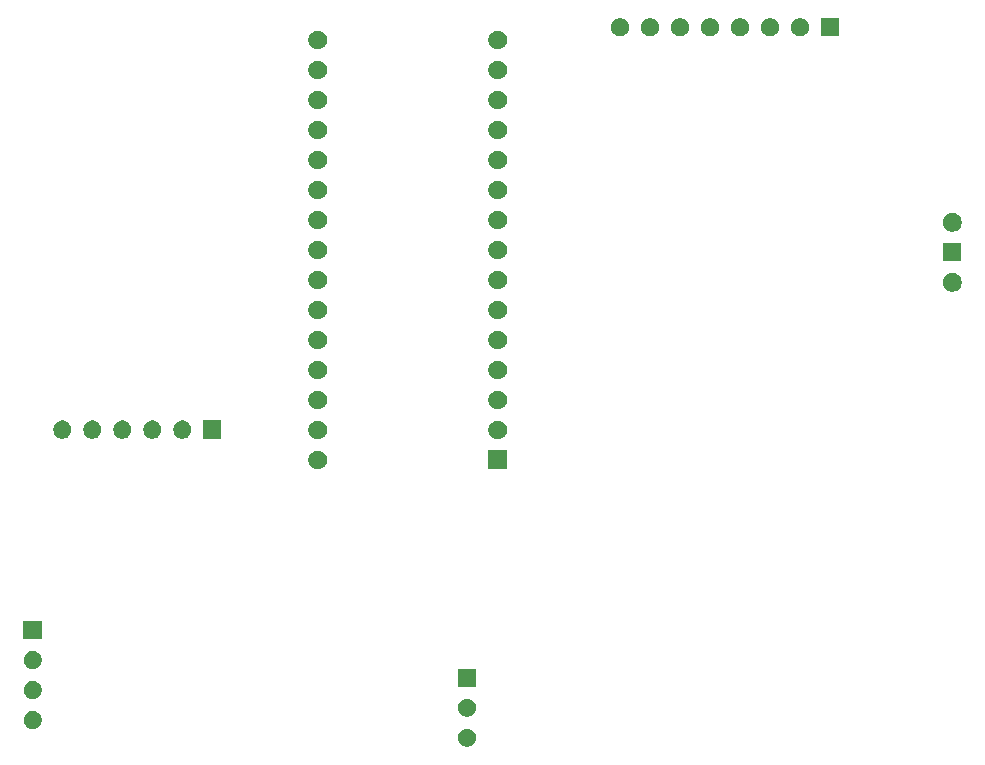
<source format=gts>
G04 #@! TF.GenerationSoftware,KiCad,Pcbnew,9.0.2*
G04 #@! TF.CreationDate,2025-07-27T14:28:18-07:00*
G04 #@! TF.ProjectId,PortableWeatherStation,506f7274-6162-46c6-9557-656174686572,rev?*
G04 #@! TF.SameCoordinates,Original*
G04 #@! TF.FileFunction,Soldermask,Top*
G04 #@! TF.FilePolarity,Negative*
%FSLAX46Y46*%
G04 Gerber Fmt 4.6, Leading zero omitted, Abs format (unit mm)*
G04 Created by KiCad (PCBNEW 9.0.2) date 2025-07-27 14:28:18*
%MOMM*%
%LPD*%
G01*
G04 APERTURE LIST*
G04 APERTURE END LIST*
G36*
X137623519Y-125263156D02*
G01*
X137762975Y-125320921D01*
X137888483Y-125404782D01*
X137995218Y-125511517D01*
X138079079Y-125637025D01*
X138136844Y-125776481D01*
X138166292Y-125924527D01*
X138166292Y-126075473D01*
X138136844Y-126223519D01*
X138079079Y-126362975D01*
X137995218Y-126488483D01*
X137888483Y-126595218D01*
X137762975Y-126679079D01*
X137623519Y-126736844D01*
X137475473Y-126766292D01*
X137324527Y-126766292D01*
X137176481Y-126736844D01*
X137037025Y-126679079D01*
X136911517Y-126595218D01*
X136804782Y-126488483D01*
X136720921Y-126362975D01*
X136663156Y-126223519D01*
X136633708Y-126075473D01*
X136633708Y-125924527D01*
X136663156Y-125776481D01*
X136720921Y-125637025D01*
X136804782Y-125511517D01*
X136911517Y-125404782D01*
X137037025Y-125320921D01*
X137176481Y-125263156D01*
X137324527Y-125233708D01*
X137475473Y-125233708D01*
X137623519Y-125263156D01*
G37*
G36*
X100849519Y-123773156D02*
G01*
X100988975Y-123830921D01*
X101114483Y-123914782D01*
X101221218Y-124021517D01*
X101305079Y-124147025D01*
X101362844Y-124286481D01*
X101392292Y-124434527D01*
X101392292Y-124585473D01*
X101362844Y-124733519D01*
X101305079Y-124872975D01*
X101221218Y-124998483D01*
X101114483Y-125105218D01*
X100988975Y-125189079D01*
X100849519Y-125246844D01*
X100701473Y-125276292D01*
X100550527Y-125276292D01*
X100402481Y-125246844D01*
X100263025Y-125189079D01*
X100137517Y-125105218D01*
X100030782Y-124998483D01*
X99946921Y-124872975D01*
X99889156Y-124733519D01*
X99859708Y-124585473D01*
X99859708Y-124434527D01*
X99889156Y-124286481D01*
X99946921Y-124147025D01*
X100030782Y-124021517D01*
X100137517Y-123914782D01*
X100263025Y-123830921D01*
X100402481Y-123773156D01*
X100550527Y-123743708D01*
X100701473Y-123743708D01*
X100849519Y-123773156D01*
G37*
G36*
X137623519Y-122723156D02*
G01*
X137762975Y-122780921D01*
X137888483Y-122864782D01*
X137995218Y-122971517D01*
X138079079Y-123097025D01*
X138136844Y-123236481D01*
X138166292Y-123384527D01*
X138166292Y-123535473D01*
X138136844Y-123683519D01*
X138079079Y-123822975D01*
X137995218Y-123948483D01*
X137888483Y-124055218D01*
X137762975Y-124139079D01*
X137623519Y-124196844D01*
X137475473Y-124226292D01*
X137324527Y-124226292D01*
X137176481Y-124196844D01*
X137037025Y-124139079D01*
X136911517Y-124055218D01*
X136804782Y-123948483D01*
X136720921Y-123822975D01*
X136663156Y-123683519D01*
X136633708Y-123535473D01*
X136633708Y-123384527D01*
X136663156Y-123236481D01*
X136720921Y-123097025D01*
X136804782Y-122971517D01*
X136911517Y-122864782D01*
X137037025Y-122780921D01*
X137176481Y-122723156D01*
X137324527Y-122693708D01*
X137475473Y-122693708D01*
X137623519Y-122723156D01*
G37*
G36*
X100849519Y-121233156D02*
G01*
X100988975Y-121290921D01*
X101114483Y-121374782D01*
X101221218Y-121481517D01*
X101305079Y-121607025D01*
X101362844Y-121746481D01*
X101392292Y-121894527D01*
X101392292Y-122045473D01*
X101362844Y-122193519D01*
X101305079Y-122332975D01*
X101221218Y-122458483D01*
X101114483Y-122565218D01*
X100988975Y-122649079D01*
X100849519Y-122706844D01*
X100701473Y-122736292D01*
X100550527Y-122736292D01*
X100402481Y-122706844D01*
X100263025Y-122649079D01*
X100137517Y-122565218D01*
X100030782Y-122458483D01*
X99946921Y-122332975D01*
X99889156Y-122193519D01*
X99859708Y-122045473D01*
X99859708Y-121894527D01*
X99889156Y-121746481D01*
X99946921Y-121607025D01*
X100030782Y-121481517D01*
X100137517Y-121374782D01*
X100263025Y-121290921D01*
X100402481Y-121233156D01*
X100550527Y-121203708D01*
X100701473Y-121203708D01*
X100849519Y-121233156D01*
G37*
G36*
X138170000Y-121690000D02*
G01*
X136630000Y-121690000D01*
X136630000Y-120150000D01*
X138170000Y-120150000D01*
X138170000Y-121690000D01*
G37*
G36*
X100849519Y-118693156D02*
G01*
X100988975Y-118750921D01*
X101114483Y-118834782D01*
X101221218Y-118941517D01*
X101305079Y-119067025D01*
X101362844Y-119206481D01*
X101392292Y-119354527D01*
X101392292Y-119505473D01*
X101362844Y-119653519D01*
X101305079Y-119792975D01*
X101221218Y-119918483D01*
X101114483Y-120025218D01*
X100988975Y-120109079D01*
X100849519Y-120166844D01*
X100701473Y-120196292D01*
X100550527Y-120196292D01*
X100402481Y-120166844D01*
X100263025Y-120109079D01*
X100137517Y-120025218D01*
X100030782Y-119918483D01*
X99946921Y-119792975D01*
X99889156Y-119653519D01*
X99859708Y-119505473D01*
X99859708Y-119354527D01*
X99889156Y-119206481D01*
X99946921Y-119067025D01*
X100030782Y-118941517D01*
X100137517Y-118834782D01*
X100263025Y-118750921D01*
X100402481Y-118693156D01*
X100550527Y-118663708D01*
X100701473Y-118663708D01*
X100849519Y-118693156D01*
G37*
G36*
X101396000Y-117660000D02*
G01*
X99856000Y-117660000D01*
X99856000Y-116120000D01*
X101396000Y-116120000D01*
X101396000Y-117660000D01*
G37*
G36*
X140800000Y-103280000D02*
G01*
X139200000Y-103280000D01*
X139200000Y-101680000D01*
X140800000Y-101680000D01*
X140800000Y-103280000D01*
G37*
G36*
X124992228Y-101714448D02*
G01*
X125137117Y-101774463D01*
X125267515Y-101861592D01*
X125378408Y-101972485D01*
X125465537Y-102102883D01*
X125525552Y-102247772D01*
X125556148Y-102401586D01*
X125556148Y-102558414D01*
X125525552Y-102712228D01*
X125465537Y-102857117D01*
X125378408Y-102987515D01*
X125267515Y-103098408D01*
X125137117Y-103185537D01*
X124992228Y-103245552D01*
X124838414Y-103276148D01*
X124681586Y-103276148D01*
X124527772Y-103245552D01*
X124382883Y-103185537D01*
X124252485Y-103098408D01*
X124141592Y-102987515D01*
X124054463Y-102857117D01*
X123994448Y-102712228D01*
X123963852Y-102558414D01*
X123963852Y-102401586D01*
X123994448Y-102247772D01*
X124054463Y-102102883D01*
X124141592Y-101972485D01*
X124252485Y-101861592D01*
X124382883Y-101774463D01*
X124527772Y-101714448D01*
X124681586Y-101683852D01*
X124838414Y-101683852D01*
X124992228Y-101714448D01*
G37*
G36*
X124992228Y-99174448D02*
G01*
X125137117Y-99234463D01*
X125267515Y-99321592D01*
X125378408Y-99432485D01*
X125465537Y-99562883D01*
X125525552Y-99707772D01*
X125556148Y-99861586D01*
X125556148Y-100018414D01*
X125525552Y-100172228D01*
X125465537Y-100317117D01*
X125378408Y-100447515D01*
X125267515Y-100558408D01*
X125137117Y-100645537D01*
X124992228Y-100705552D01*
X124838414Y-100736148D01*
X124681586Y-100736148D01*
X124527772Y-100705552D01*
X124382883Y-100645537D01*
X124252485Y-100558408D01*
X124141592Y-100447515D01*
X124054463Y-100317117D01*
X123994448Y-100172228D01*
X123963852Y-100018414D01*
X123963852Y-99861586D01*
X123994448Y-99707772D01*
X124054463Y-99562883D01*
X124141592Y-99432485D01*
X124252485Y-99321592D01*
X124382883Y-99234463D01*
X124527772Y-99174448D01*
X124681586Y-99143852D01*
X124838414Y-99143852D01*
X124992228Y-99174448D01*
G37*
G36*
X140232228Y-99174448D02*
G01*
X140377117Y-99234463D01*
X140507515Y-99321592D01*
X140618408Y-99432485D01*
X140705537Y-99562883D01*
X140765552Y-99707772D01*
X140796148Y-99861586D01*
X140796148Y-100018414D01*
X140765552Y-100172228D01*
X140705537Y-100317117D01*
X140618408Y-100447515D01*
X140507515Y-100558408D01*
X140377117Y-100645537D01*
X140232228Y-100705552D01*
X140078414Y-100736148D01*
X139921586Y-100736148D01*
X139767772Y-100705552D01*
X139622883Y-100645537D01*
X139492485Y-100558408D01*
X139381592Y-100447515D01*
X139294463Y-100317117D01*
X139234448Y-100172228D01*
X139203852Y-100018414D01*
X139203852Y-99861586D01*
X139234448Y-99707772D01*
X139294463Y-99562883D01*
X139381592Y-99432485D01*
X139492485Y-99321592D01*
X139622883Y-99234463D01*
X139767772Y-99174448D01*
X139921586Y-99143852D01*
X140078414Y-99143852D01*
X140232228Y-99174448D01*
G37*
G36*
X116620000Y-100675486D02*
G01*
X115080000Y-100675486D01*
X115080000Y-99135486D01*
X116620000Y-99135486D01*
X116620000Y-100675486D01*
G37*
G36*
X103373519Y-99168642D02*
G01*
X103512975Y-99226407D01*
X103638483Y-99310268D01*
X103745218Y-99417003D01*
X103829079Y-99542511D01*
X103886844Y-99681967D01*
X103916292Y-99830013D01*
X103916292Y-99980959D01*
X103886844Y-100129005D01*
X103829079Y-100268461D01*
X103745218Y-100393969D01*
X103638483Y-100500704D01*
X103512975Y-100584565D01*
X103373519Y-100642330D01*
X103225473Y-100671778D01*
X103074527Y-100671778D01*
X102926481Y-100642330D01*
X102787025Y-100584565D01*
X102661517Y-100500704D01*
X102554782Y-100393969D01*
X102470921Y-100268461D01*
X102413156Y-100129005D01*
X102383708Y-99980959D01*
X102383708Y-99830013D01*
X102413156Y-99681967D01*
X102470921Y-99542511D01*
X102554782Y-99417003D01*
X102661517Y-99310268D01*
X102787025Y-99226407D01*
X102926481Y-99168642D01*
X103074527Y-99139194D01*
X103225473Y-99139194D01*
X103373519Y-99168642D01*
G37*
G36*
X105913519Y-99168642D02*
G01*
X106052975Y-99226407D01*
X106178483Y-99310268D01*
X106285218Y-99417003D01*
X106369079Y-99542511D01*
X106426844Y-99681967D01*
X106456292Y-99830013D01*
X106456292Y-99980959D01*
X106426844Y-100129005D01*
X106369079Y-100268461D01*
X106285218Y-100393969D01*
X106178483Y-100500704D01*
X106052975Y-100584565D01*
X105913519Y-100642330D01*
X105765473Y-100671778D01*
X105614527Y-100671778D01*
X105466481Y-100642330D01*
X105327025Y-100584565D01*
X105201517Y-100500704D01*
X105094782Y-100393969D01*
X105010921Y-100268461D01*
X104953156Y-100129005D01*
X104923708Y-99980959D01*
X104923708Y-99830013D01*
X104953156Y-99681967D01*
X105010921Y-99542511D01*
X105094782Y-99417003D01*
X105201517Y-99310268D01*
X105327025Y-99226407D01*
X105466481Y-99168642D01*
X105614527Y-99139194D01*
X105765473Y-99139194D01*
X105913519Y-99168642D01*
G37*
G36*
X108453519Y-99168642D02*
G01*
X108592975Y-99226407D01*
X108718483Y-99310268D01*
X108825218Y-99417003D01*
X108909079Y-99542511D01*
X108966844Y-99681967D01*
X108996292Y-99830013D01*
X108996292Y-99980959D01*
X108966844Y-100129005D01*
X108909079Y-100268461D01*
X108825218Y-100393969D01*
X108718483Y-100500704D01*
X108592975Y-100584565D01*
X108453519Y-100642330D01*
X108305473Y-100671778D01*
X108154527Y-100671778D01*
X108006481Y-100642330D01*
X107867025Y-100584565D01*
X107741517Y-100500704D01*
X107634782Y-100393969D01*
X107550921Y-100268461D01*
X107493156Y-100129005D01*
X107463708Y-99980959D01*
X107463708Y-99830013D01*
X107493156Y-99681967D01*
X107550921Y-99542511D01*
X107634782Y-99417003D01*
X107741517Y-99310268D01*
X107867025Y-99226407D01*
X108006481Y-99168642D01*
X108154527Y-99139194D01*
X108305473Y-99139194D01*
X108453519Y-99168642D01*
G37*
G36*
X110993519Y-99168642D02*
G01*
X111132975Y-99226407D01*
X111258483Y-99310268D01*
X111365218Y-99417003D01*
X111449079Y-99542511D01*
X111506844Y-99681967D01*
X111536292Y-99830013D01*
X111536292Y-99980959D01*
X111506844Y-100129005D01*
X111449079Y-100268461D01*
X111365218Y-100393969D01*
X111258483Y-100500704D01*
X111132975Y-100584565D01*
X110993519Y-100642330D01*
X110845473Y-100671778D01*
X110694527Y-100671778D01*
X110546481Y-100642330D01*
X110407025Y-100584565D01*
X110281517Y-100500704D01*
X110174782Y-100393969D01*
X110090921Y-100268461D01*
X110033156Y-100129005D01*
X110003708Y-99980959D01*
X110003708Y-99830013D01*
X110033156Y-99681967D01*
X110090921Y-99542511D01*
X110174782Y-99417003D01*
X110281517Y-99310268D01*
X110407025Y-99226407D01*
X110546481Y-99168642D01*
X110694527Y-99139194D01*
X110845473Y-99139194D01*
X110993519Y-99168642D01*
G37*
G36*
X113533519Y-99168642D02*
G01*
X113672975Y-99226407D01*
X113798483Y-99310268D01*
X113905218Y-99417003D01*
X113989079Y-99542511D01*
X114046844Y-99681967D01*
X114076292Y-99830013D01*
X114076292Y-99980959D01*
X114046844Y-100129005D01*
X113989079Y-100268461D01*
X113905218Y-100393969D01*
X113798483Y-100500704D01*
X113672975Y-100584565D01*
X113533519Y-100642330D01*
X113385473Y-100671778D01*
X113234527Y-100671778D01*
X113086481Y-100642330D01*
X112947025Y-100584565D01*
X112821517Y-100500704D01*
X112714782Y-100393969D01*
X112630921Y-100268461D01*
X112573156Y-100129005D01*
X112543708Y-99980959D01*
X112543708Y-99830013D01*
X112573156Y-99681967D01*
X112630921Y-99542511D01*
X112714782Y-99417003D01*
X112821517Y-99310268D01*
X112947025Y-99226407D01*
X113086481Y-99168642D01*
X113234527Y-99139194D01*
X113385473Y-99139194D01*
X113533519Y-99168642D01*
G37*
G36*
X124992228Y-96634448D02*
G01*
X125137117Y-96694463D01*
X125267515Y-96781592D01*
X125378408Y-96892485D01*
X125465537Y-97022883D01*
X125525552Y-97167772D01*
X125556148Y-97321586D01*
X125556148Y-97478414D01*
X125525552Y-97632228D01*
X125465537Y-97777117D01*
X125378408Y-97907515D01*
X125267515Y-98018408D01*
X125137117Y-98105537D01*
X124992228Y-98165552D01*
X124838414Y-98196148D01*
X124681586Y-98196148D01*
X124527772Y-98165552D01*
X124382883Y-98105537D01*
X124252485Y-98018408D01*
X124141592Y-97907515D01*
X124054463Y-97777117D01*
X123994448Y-97632228D01*
X123963852Y-97478414D01*
X123963852Y-97321586D01*
X123994448Y-97167772D01*
X124054463Y-97022883D01*
X124141592Y-96892485D01*
X124252485Y-96781592D01*
X124382883Y-96694463D01*
X124527772Y-96634448D01*
X124681586Y-96603852D01*
X124838414Y-96603852D01*
X124992228Y-96634448D01*
G37*
G36*
X140232228Y-96634448D02*
G01*
X140377117Y-96694463D01*
X140507515Y-96781592D01*
X140618408Y-96892485D01*
X140705537Y-97022883D01*
X140765552Y-97167772D01*
X140796148Y-97321586D01*
X140796148Y-97478414D01*
X140765552Y-97632228D01*
X140705537Y-97777117D01*
X140618408Y-97907515D01*
X140507515Y-98018408D01*
X140377117Y-98105537D01*
X140232228Y-98165552D01*
X140078414Y-98196148D01*
X139921586Y-98196148D01*
X139767772Y-98165552D01*
X139622883Y-98105537D01*
X139492485Y-98018408D01*
X139381592Y-97907515D01*
X139294463Y-97777117D01*
X139234448Y-97632228D01*
X139203852Y-97478414D01*
X139203852Y-97321586D01*
X139234448Y-97167772D01*
X139294463Y-97022883D01*
X139381592Y-96892485D01*
X139492485Y-96781592D01*
X139622883Y-96694463D01*
X139767772Y-96634448D01*
X139921586Y-96603852D01*
X140078414Y-96603852D01*
X140232228Y-96634448D01*
G37*
G36*
X124992228Y-94094448D02*
G01*
X125137117Y-94154463D01*
X125267515Y-94241592D01*
X125378408Y-94352485D01*
X125465537Y-94482883D01*
X125525552Y-94627772D01*
X125556148Y-94781586D01*
X125556148Y-94938414D01*
X125525552Y-95092228D01*
X125465537Y-95237117D01*
X125378408Y-95367515D01*
X125267515Y-95478408D01*
X125137117Y-95565537D01*
X124992228Y-95625552D01*
X124838414Y-95656148D01*
X124681586Y-95656148D01*
X124527772Y-95625552D01*
X124382883Y-95565537D01*
X124252485Y-95478408D01*
X124141592Y-95367515D01*
X124054463Y-95237117D01*
X123994448Y-95092228D01*
X123963852Y-94938414D01*
X123963852Y-94781586D01*
X123994448Y-94627772D01*
X124054463Y-94482883D01*
X124141592Y-94352485D01*
X124252485Y-94241592D01*
X124382883Y-94154463D01*
X124527772Y-94094448D01*
X124681586Y-94063852D01*
X124838414Y-94063852D01*
X124992228Y-94094448D01*
G37*
G36*
X140232228Y-94094448D02*
G01*
X140377117Y-94154463D01*
X140507515Y-94241592D01*
X140618408Y-94352485D01*
X140705537Y-94482883D01*
X140765552Y-94627772D01*
X140796148Y-94781586D01*
X140796148Y-94938414D01*
X140765552Y-95092228D01*
X140705537Y-95237117D01*
X140618408Y-95367515D01*
X140507515Y-95478408D01*
X140377117Y-95565537D01*
X140232228Y-95625552D01*
X140078414Y-95656148D01*
X139921586Y-95656148D01*
X139767772Y-95625552D01*
X139622883Y-95565537D01*
X139492485Y-95478408D01*
X139381592Y-95367515D01*
X139294463Y-95237117D01*
X139234448Y-95092228D01*
X139203852Y-94938414D01*
X139203852Y-94781586D01*
X139234448Y-94627772D01*
X139294463Y-94482883D01*
X139381592Y-94352485D01*
X139492485Y-94241592D01*
X139622883Y-94154463D01*
X139767772Y-94094448D01*
X139921586Y-94063852D01*
X140078414Y-94063852D01*
X140232228Y-94094448D01*
G37*
G36*
X124992228Y-91554448D02*
G01*
X125137117Y-91614463D01*
X125267515Y-91701592D01*
X125378408Y-91812485D01*
X125465537Y-91942883D01*
X125525552Y-92087772D01*
X125556148Y-92241586D01*
X125556148Y-92398414D01*
X125525552Y-92552228D01*
X125465537Y-92697117D01*
X125378408Y-92827515D01*
X125267515Y-92938408D01*
X125137117Y-93025537D01*
X124992228Y-93085552D01*
X124838414Y-93116148D01*
X124681586Y-93116148D01*
X124527772Y-93085552D01*
X124382883Y-93025537D01*
X124252485Y-92938408D01*
X124141592Y-92827515D01*
X124054463Y-92697117D01*
X123994448Y-92552228D01*
X123963852Y-92398414D01*
X123963852Y-92241586D01*
X123994448Y-92087772D01*
X124054463Y-91942883D01*
X124141592Y-91812485D01*
X124252485Y-91701592D01*
X124382883Y-91614463D01*
X124527772Y-91554448D01*
X124681586Y-91523852D01*
X124838414Y-91523852D01*
X124992228Y-91554448D01*
G37*
G36*
X140232228Y-91554448D02*
G01*
X140377117Y-91614463D01*
X140507515Y-91701592D01*
X140618408Y-91812485D01*
X140705537Y-91942883D01*
X140765552Y-92087772D01*
X140796148Y-92241586D01*
X140796148Y-92398414D01*
X140765552Y-92552228D01*
X140705537Y-92697117D01*
X140618408Y-92827515D01*
X140507515Y-92938408D01*
X140377117Y-93025537D01*
X140232228Y-93085552D01*
X140078414Y-93116148D01*
X139921586Y-93116148D01*
X139767772Y-93085552D01*
X139622883Y-93025537D01*
X139492485Y-92938408D01*
X139381592Y-92827515D01*
X139294463Y-92697117D01*
X139234448Y-92552228D01*
X139203852Y-92398414D01*
X139203852Y-92241586D01*
X139234448Y-92087772D01*
X139294463Y-91942883D01*
X139381592Y-91812485D01*
X139492485Y-91701592D01*
X139622883Y-91614463D01*
X139767772Y-91554448D01*
X139921586Y-91523852D01*
X140078414Y-91523852D01*
X140232228Y-91554448D01*
G37*
G36*
X124992228Y-89014448D02*
G01*
X125137117Y-89074463D01*
X125267515Y-89161592D01*
X125378408Y-89272485D01*
X125465537Y-89402883D01*
X125525552Y-89547772D01*
X125556148Y-89701586D01*
X125556148Y-89858414D01*
X125525552Y-90012228D01*
X125465537Y-90157117D01*
X125378408Y-90287515D01*
X125267515Y-90398408D01*
X125137117Y-90485537D01*
X124992228Y-90545552D01*
X124838414Y-90576148D01*
X124681586Y-90576148D01*
X124527772Y-90545552D01*
X124382883Y-90485537D01*
X124252485Y-90398408D01*
X124141592Y-90287515D01*
X124054463Y-90157117D01*
X123994448Y-90012228D01*
X123963852Y-89858414D01*
X123963852Y-89701586D01*
X123994448Y-89547772D01*
X124054463Y-89402883D01*
X124141592Y-89272485D01*
X124252485Y-89161592D01*
X124382883Y-89074463D01*
X124527772Y-89014448D01*
X124681586Y-88983852D01*
X124838414Y-88983852D01*
X124992228Y-89014448D01*
G37*
G36*
X140232228Y-89014448D02*
G01*
X140377117Y-89074463D01*
X140507515Y-89161592D01*
X140618408Y-89272485D01*
X140705537Y-89402883D01*
X140765552Y-89547772D01*
X140796148Y-89701586D01*
X140796148Y-89858414D01*
X140765552Y-90012228D01*
X140705537Y-90157117D01*
X140618408Y-90287515D01*
X140507515Y-90398408D01*
X140377117Y-90485537D01*
X140232228Y-90545552D01*
X140078414Y-90576148D01*
X139921586Y-90576148D01*
X139767772Y-90545552D01*
X139622883Y-90485537D01*
X139492485Y-90398408D01*
X139381592Y-90287515D01*
X139294463Y-90157117D01*
X139234448Y-90012228D01*
X139203852Y-89858414D01*
X139203852Y-89701586D01*
X139234448Y-89547772D01*
X139294463Y-89402883D01*
X139381592Y-89272485D01*
X139492485Y-89161592D01*
X139622883Y-89074463D01*
X139767772Y-89014448D01*
X139921586Y-88983852D01*
X140078414Y-88983852D01*
X140232228Y-89014448D01*
G37*
G36*
X178732228Y-86670234D02*
G01*
X178877117Y-86730249D01*
X179007515Y-86817378D01*
X179118408Y-86928271D01*
X179205537Y-87058669D01*
X179265552Y-87203558D01*
X179296148Y-87357372D01*
X179296148Y-87514200D01*
X179265552Y-87668014D01*
X179205537Y-87812903D01*
X179118408Y-87943301D01*
X179007515Y-88054194D01*
X178877117Y-88141323D01*
X178732228Y-88201338D01*
X178578414Y-88231934D01*
X178421586Y-88231934D01*
X178267772Y-88201338D01*
X178122883Y-88141323D01*
X177992485Y-88054194D01*
X177881592Y-87943301D01*
X177794463Y-87812903D01*
X177734448Y-87668014D01*
X177703852Y-87514200D01*
X177703852Y-87357372D01*
X177734448Y-87203558D01*
X177794463Y-87058669D01*
X177881592Y-86928271D01*
X177992485Y-86817378D01*
X178122883Y-86730249D01*
X178267772Y-86670234D01*
X178421586Y-86639638D01*
X178578414Y-86639638D01*
X178732228Y-86670234D01*
G37*
G36*
X124992228Y-86474448D02*
G01*
X125137117Y-86534463D01*
X125267515Y-86621592D01*
X125378408Y-86732485D01*
X125465537Y-86862883D01*
X125525552Y-87007772D01*
X125556148Y-87161586D01*
X125556148Y-87318414D01*
X125525552Y-87472228D01*
X125465537Y-87617117D01*
X125378408Y-87747515D01*
X125267515Y-87858408D01*
X125137117Y-87945537D01*
X124992228Y-88005552D01*
X124838414Y-88036148D01*
X124681586Y-88036148D01*
X124527772Y-88005552D01*
X124382883Y-87945537D01*
X124252485Y-87858408D01*
X124141592Y-87747515D01*
X124054463Y-87617117D01*
X123994448Y-87472228D01*
X123963852Y-87318414D01*
X123963852Y-87161586D01*
X123994448Y-87007772D01*
X124054463Y-86862883D01*
X124141592Y-86732485D01*
X124252485Y-86621592D01*
X124382883Y-86534463D01*
X124527772Y-86474448D01*
X124681586Y-86443852D01*
X124838414Y-86443852D01*
X124992228Y-86474448D01*
G37*
G36*
X140232228Y-86474448D02*
G01*
X140377117Y-86534463D01*
X140507515Y-86621592D01*
X140618408Y-86732485D01*
X140705537Y-86862883D01*
X140765552Y-87007772D01*
X140796148Y-87161586D01*
X140796148Y-87318414D01*
X140765552Y-87472228D01*
X140705537Y-87617117D01*
X140618408Y-87747515D01*
X140507515Y-87858408D01*
X140377117Y-87945537D01*
X140232228Y-88005552D01*
X140078414Y-88036148D01*
X139921586Y-88036148D01*
X139767772Y-88005552D01*
X139622883Y-87945537D01*
X139492485Y-87858408D01*
X139381592Y-87747515D01*
X139294463Y-87617117D01*
X139234448Y-87472228D01*
X139203852Y-87318414D01*
X139203852Y-87161586D01*
X139234448Y-87007772D01*
X139294463Y-86862883D01*
X139381592Y-86732485D01*
X139492485Y-86621592D01*
X139622883Y-86534463D01*
X139767772Y-86474448D01*
X139921586Y-86443852D01*
X140078414Y-86443852D01*
X140232228Y-86474448D01*
G37*
G36*
X179250000Y-85645786D02*
G01*
X177750000Y-85645786D01*
X177750000Y-84145786D01*
X179250000Y-84145786D01*
X179250000Y-85645786D01*
G37*
G36*
X124992228Y-83934448D02*
G01*
X125137117Y-83994463D01*
X125267515Y-84081592D01*
X125378408Y-84192485D01*
X125465537Y-84322883D01*
X125525552Y-84467772D01*
X125556148Y-84621586D01*
X125556148Y-84778414D01*
X125525552Y-84932228D01*
X125465537Y-85077117D01*
X125378408Y-85207515D01*
X125267515Y-85318408D01*
X125137117Y-85405537D01*
X124992228Y-85465552D01*
X124838414Y-85496148D01*
X124681586Y-85496148D01*
X124527772Y-85465552D01*
X124382883Y-85405537D01*
X124252485Y-85318408D01*
X124141592Y-85207515D01*
X124054463Y-85077117D01*
X123994448Y-84932228D01*
X123963852Y-84778414D01*
X123963852Y-84621586D01*
X123994448Y-84467772D01*
X124054463Y-84322883D01*
X124141592Y-84192485D01*
X124252485Y-84081592D01*
X124382883Y-83994463D01*
X124527772Y-83934448D01*
X124681586Y-83903852D01*
X124838414Y-83903852D01*
X124992228Y-83934448D01*
G37*
G36*
X140232228Y-83934448D02*
G01*
X140377117Y-83994463D01*
X140507515Y-84081592D01*
X140618408Y-84192485D01*
X140705537Y-84322883D01*
X140765552Y-84467772D01*
X140796148Y-84621586D01*
X140796148Y-84778414D01*
X140765552Y-84932228D01*
X140705537Y-85077117D01*
X140618408Y-85207515D01*
X140507515Y-85318408D01*
X140377117Y-85405537D01*
X140232228Y-85465552D01*
X140078414Y-85496148D01*
X139921586Y-85496148D01*
X139767772Y-85465552D01*
X139622883Y-85405537D01*
X139492485Y-85318408D01*
X139381592Y-85207515D01*
X139294463Y-85077117D01*
X139234448Y-84932228D01*
X139203852Y-84778414D01*
X139203852Y-84621586D01*
X139234448Y-84467772D01*
X139294463Y-84322883D01*
X139381592Y-84192485D01*
X139492485Y-84081592D01*
X139622883Y-83994463D01*
X139767772Y-83934448D01*
X139921586Y-83903852D01*
X140078414Y-83903852D01*
X140232228Y-83934448D01*
G37*
G36*
X178732228Y-81590234D02*
G01*
X178877117Y-81650249D01*
X179007515Y-81737378D01*
X179118408Y-81848271D01*
X179205537Y-81978669D01*
X179265552Y-82123558D01*
X179296148Y-82277372D01*
X179296148Y-82434200D01*
X179265552Y-82588014D01*
X179205537Y-82732903D01*
X179118408Y-82863301D01*
X179007515Y-82974194D01*
X178877117Y-83061323D01*
X178732228Y-83121338D01*
X178578414Y-83151934D01*
X178421586Y-83151934D01*
X178267772Y-83121338D01*
X178122883Y-83061323D01*
X177992485Y-82974194D01*
X177881592Y-82863301D01*
X177794463Y-82732903D01*
X177734448Y-82588014D01*
X177703852Y-82434200D01*
X177703852Y-82277372D01*
X177734448Y-82123558D01*
X177794463Y-81978669D01*
X177881592Y-81848271D01*
X177992485Y-81737378D01*
X178122883Y-81650249D01*
X178267772Y-81590234D01*
X178421586Y-81559638D01*
X178578414Y-81559638D01*
X178732228Y-81590234D01*
G37*
G36*
X124992228Y-81394448D02*
G01*
X125137117Y-81454463D01*
X125267515Y-81541592D01*
X125378408Y-81652485D01*
X125465537Y-81782883D01*
X125525552Y-81927772D01*
X125556148Y-82081586D01*
X125556148Y-82238414D01*
X125525552Y-82392228D01*
X125465537Y-82537117D01*
X125378408Y-82667515D01*
X125267515Y-82778408D01*
X125137117Y-82865537D01*
X124992228Y-82925552D01*
X124838414Y-82956148D01*
X124681586Y-82956148D01*
X124527772Y-82925552D01*
X124382883Y-82865537D01*
X124252485Y-82778408D01*
X124141592Y-82667515D01*
X124054463Y-82537117D01*
X123994448Y-82392228D01*
X123963852Y-82238414D01*
X123963852Y-82081586D01*
X123994448Y-81927772D01*
X124054463Y-81782883D01*
X124141592Y-81652485D01*
X124252485Y-81541592D01*
X124382883Y-81454463D01*
X124527772Y-81394448D01*
X124681586Y-81363852D01*
X124838414Y-81363852D01*
X124992228Y-81394448D01*
G37*
G36*
X140232228Y-81394448D02*
G01*
X140377117Y-81454463D01*
X140507515Y-81541592D01*
X140618408Y-81652485D01*
X140705537Y-81782883D01*
X140765552Y-81927772D01*
X140796148Y-82081586D01*
X140796148Y-82238414D01*
X140765552Y-82392228D01*
X140705537Y-82537117D01*
X140618408Y-82667515D01*
X140507515Y-82778408D01*
X140377117Y-82865537D01*
X140232228Y-82925552D01*
X140078414Y-82956148D01*
X139921586Y-82956148D01*
X139767772Y-82925552D01*
X139622883Y-82865537D01*
X139492485Y-82778408D01*
X139381592Y-82667515D01*
X139294463Y-82537117D01*
X139234448Y-82392228D01*
X139203852Y-82238414D01*
X139203852Y-82081586D01*
X139234448Y-81927772D01*
X139294463Y-81782883D01*
X139381592Y-81652485D01*
X139492485Y-81541592D01*
X139622883Y-81454463D01*
X139767772Y-81394448D01*
X139921586Y-81363852D01*
X140078414Y-81363852D01*
X140232228Y-81394448D01*
G37*
G36*
X124992228Y-78854448D02*
G01*
X125137117Y-78914463D01*
X125267515Y-79001592D01*
X125378408Y-79112485D01*
X125465537Y-79242883D01*
X125525552Y-79387772D01*
X125556148Y-79541586D01*
X125556148Y-79698414D01*
X125525552Y-79852228D01*
X125465537Y-79997117D01*
X125378408Y-80127515D01*
X125267515Y-80238408D01*
X125137117Y-80325537D01*
X124992228Y-80385552D01*
X124838414Y-80416148D01*
X124681586Y-80416148D01*
X124527772Y-80385552D01*
X124382883Y-80325537D01*
X124252485Y-80238408D01*
X124141592Y-80127515D01*
X124054463Y-79997117D01*
X123994448Y-79852228D01*
X123963852Y-79698414D01*
X123963852Y-79541586D01*
X123994448Y-79387772D01*
X124054463Y-79242883D01*
X124141592Y-79112485D01*
X124252485Y-79001592D01*
X124382883Y-78914463D01*
X124527772Y-78854448D01*
X124681586Y-78823852D01*
X124838414Y-78823852D01*
X124992228Y-78854448D01*
G37*
G36*
X140232228Y-78854448D02*
G01*
X140377117Y-78914463D01*
X140507515Y-79001592D01*
X140618408Y-79112485D01*
X140705537Y-79242883D01*
X140765552Y-79387772D01*
X140796148Y-79541586D01*
X140796148Y-79698414D01*
X140765552Y-79852228D01*
X140705537Y-79997117D01*
X140618408Y-80127515D01*
X140507515Y-80238408D01*
X140377117Y-80325537D01*
X140232228Y-80385552D01*
X140078414Y-80416148D01*
X139921586Y-80416148D01*
X139767772Y-80385552D01*
X139622883Y-80325537D01*
X139492485Y-80238408D01*
X139381592Y-80127515D01*
X139294463Y-79997117D01*
X139234448Y-79852228D01*
X139203852Y-79698414D01*
X139203852Y-79541586D01*
X139234448Y-79387772D01*
X139294463Y-79242883D01*
X139381592Y-79112485D01*
X139492485Y-79001592D01*
X139622883Y-78914463D01*
X139767772Y-78854448D01*
X139921586Y-78823852D01*
X140078414Y-78823852D01*
X140232228Y-78854448D01*
G37*
G36*
X124992228Y-76314448D02*
G01*
X125137117Y-76374463D01*
X125267515Y-76461592D01*
X125378408Y-76572485D01*
X125465537Y-76702883D01*
X125525552Y-76847772D01*
X125556148Y-77001586D01*
X125556148Y-77158414D01*
X125525552Y-77312228D01*
X125465537Y-77457117D01*
X125378408Y-77587515D01*
X125267515Y-77698408D01*
X125137117Y-77785537D01*
X124992228Y-77845552D01*
X124838414Y-77876148D01*
X124681586Y-77876148D01*
X124527772Y-77845552D01*
X124382883Y-77785537D01*
X124252485Y-77698408D01*
X124141592Y-77587515D01*
X124054463Y-77457117D01*
X123994448Y-77312228D01*
X123963852Y-77158414D01*
X123963852Y-77001586D01*
X123994448Y-76847772D01*
X124054463Y-76702883D01*
X124141592Y-76572485D01*
X124252485Y-76461592D01*
X124382883Y-76374463D01*
X124527772Y-76314448D01*
X124681586Y-76283852D01*
X124838414Y-76283852D01*
X124992228Y-76314448D01*
G37*
G36*
X140232228Y-76314448D02*
G01*
X140377117Y-76374463D01*
X140507515Y-76461592D01*
X140618408Y-76572485D01*
X140705537Y-76702883D01*
X140765552Y-76847772D01*
X140796148Y-77001586D01*
X140796148Y-77158414D01*
X140765552Y-77312228D01*
X140705537Y-77457117D01*
X140618408Y-77587515D01*
X140507515Y-77698408D01*
X140377117Y-77785537D01*
X140232228Y-77845552D01*
X140078414Y-77876148D01*
X139921586Y-77876148D01*
X139767772Y-77845552D01*
X139622883Y-77785537D01*
X139492485Y-77698408D01*
X139381592Y-77587515D01*
X139294463Y-77457117D01*
X139234448Y-77312228D01*
X139203852Y-77158414D01*
X139203852Y-77001586D01*
X139234448Y-76847772D01*
X139294463Y-76702883D01*
X139381592Y-76572485D01*
X139492485Y-76461592D01*
X139622883Y-76374463D01*
X139767772Y-76314448D01*
X139921586Y-76283852D01*
X140078414Y-76283852D01*
X140232228Y-76314448D01*
G37*
G36*
X124992228Y-73774448D02*
G01*
X125137117Y-73834463D01*
X125267515Y-73921592D01*
X125378408Y-74032485D01*
X125465537Y-74162883D01*
X125525552Y-74307772D01*
X125556148Y-74461586D01*
X125556148Y-74618414D01*
X125525552Y-74772228D01*
X125465537Y-74917117D01*
X125378408Y-75047515D01*
X125267515Y-75158408D01*
X125137117Y-75245537D01*
X124992228Y-75305552D01*
X124838414Y-75336148D01*
X124681586Y-75336148D01*
X124527772Y-75305552D01*
X124382883Y-75245537D01*
X124252485Y-75158408D01*
X124141592Y-75047515D01*
X124054463Y-74917117D01*
X123994448Y-74772228D01*
X123963852Y-74618414D01*
X123963852Y-74461586D01*
X123994448Y-74307772D01*
X124054463Y-74162883D01*
X124141592Y-74032485D01*
X124252485Y-73921592D01*
X124382883Y-73834463D01*
X124527772Y-73774448D01*
X124681586Y-73743852D01*
X124838414Y-73743852D01*
X124992228Y-73774448D01*
G37*
G36*
X140232228Y-73774448D02*
G01*
X140377117Y-73834463D01*
X140507515Y-73921592D01*
X140618408Y-74032485D01*
X140705537Y-74162883D01*
X140765552Y-74307772D01*
X140796148Y-74461586D01*
X140796148Y-74618414D01*
X140765552Y-74772228D01*
X140705537Y-74917117D01*
X140618408Y-75047515D01*
X140507515Y-75158408D01*
X140377117Y-75245537D01*
X140232228Y-75305552D01*
X140078414Y-75336148D01*
X139921586Y-75336148D01*
X139767772Y-75305552D01*
X139622883Y-75245537D01*
X139492485Y-75158408D01*
X139381592Y-75047515D01*
X139294463Y-74917117D01*
X139234448Y-74772228D01*
X139203852Y-74618414D01*
X139203852Y-74461586D01*
X139234448Y-74307772D01*
X139294463Y-74162883D01*
X139381592Y-74032485D01*
X139492485Y-73921592D01*
X139622883Y-73834463D01*
X139767772Y-73774448D01*
X139921586Y-73743852D01*
X140078414Y-73743852D01*
X140232228Y-73774448D01*
G37*
G36*
X124992228Y-71234448D02*
G01*
X125137117Y-71294463D01*
X125267515Y-71381592D01*
X125378408Y-71492485D01*
X125465537Y-71622883D01*
X125525552Y-71767772D01*
X125556148Y-71921586D01*
X125556148Y-72078414D01*
X125525552Y-72232228D01*
X125465537Y-72377117D01*
X125378408Y-72507515D01*
X125267515Y-72618408D01*
X125137117Y-72705537D01*
X124992228Y-72765552D01*
X124838414Y-72796148D01*
X124681586Y-72796148D01*
X124527772Y-72765552D01*
X124382883Y-72705537D01*
X124252485Y-72618408D01*
X124141592Y-72507515D01*
X124054463Y-72377117D01*
X123994448Y-72232228D01*
X123963852Y-72078414D01*
X123963852Y-71921586D01*
X123994448Y-71767772D01*
X124054463Y-71622883D01*
X124141592Y-71492485D01*
X124252485Y-71381592D01*
X124382883Y-71294463D01*
X124527772Y-71234448D01*
X124681586Y-71203852D01*
X124838414Y-71203852D01*
X124992228Y-71234448D01*
G37*
G36*
X140232228Y-71234448D02*
G01*
X140377117Y-71294463D01*
X140507515Y-71381592D01*
X140618408Y-71492485D01*
X140705537Y-71622883D01*
X140765552Y-71767772D01*
X140796148Y-71921586D01*
X140796148Y-72078414D01*
X140765552Y-72232228D01*
X140705537Y-72377117D01*
X140618408Y-72507515D01*
X140507515Y-72618408D01*
X140377117Y-72705537D01*
X140232228Y-72765552D01*
X140078414Y-72796148D01*
X139921586Y-72796148D01*
X139767772Y-72765552D01*
X139622883Y-72705537D01*
X139492485Y-72618408D01*
X139381592Y-72507515D01*
X139294463Y-72377117D01*
X139234448Y-72232228D01*
X139203852Y-72078414D01*
X139203852Y-71921586D01*
X139234448Y-71767772D01*
X139294463Y-71622883D01*
X139381592Y-71492485D01*
X139492485Y-71381592D01*
X139622883Y-71294463D01*
X139767772Y-71234448D01*
X139921586Y-71203852D01*
X140078414Y-71203852D01*
X140232228Y-71234448D01*
G37*
G36*
X124992228Y-68694448D02*
G01*
X125137117Y-68754463D01*
X125267515Y-68841592D01*
X125378408Y-68952485D01*
X125465537Y-69082883D01*
X125525552Y-69227772D01*
X125556148Y-69381586D01*
X125556148Y-69538414D01*
X125525552Y-69692228D01*
X125465537Y-69837117D01*
X125378408Y-69967515D01*
X125267515Y-70078408D01*
X125137117Y-70165537D01*
X124992228Y-70225552D01*
X124838414Y-70256148D01*
X124681586Y-70256148D01*
X124527772Y-70225552D01*
X124382883Y-70165537D01*
X124252485Y-70078408D01*
X124141592Y-69967515D01*
X124054463Y-69837117D01*
X123994448Y-69692228D01*
X123963852Y-69538414D01*
X123963852Y-69381586D01*
X123994448Y-69227772D01*
X124054463Y-69082883D01*
X124141592Y-68952485D01*
X124252485Y-68841592D01*
X124382883Y-68754463D01*
X124527772Y-68694448D01*
X124681586Y-68663852D01*
X124838414Y-68663852D01*
X124992228Y-68694448D01*
G37*
G36*
X140232228Y-68694448D02*
G01*
X140377117Y-68754463D01*
X140507515Y-68841592D01*
X140618408Y-68952485D01*
X140705537Y-69082883D01*
X140765552Y-69227772D01*
X140796148Y-69381586D01*
X140796148Y-69538414D01*
X140765552Y-69692228D01*
X140705537Y-69837117D01*
X140618408Y-69967515D01*
X140507515Y-70078408D01*
X140377117Y-70165537D01*
X140232228Y-70225552D01*
X140078414Y-70256148D01*
X139921586Y-70256148D01*
X139767772Y-70225552D01*
X139622883Y-70165537D01*
X139492485Y-70078408D01*
X139381592Y-69967515D01*
X139294463Y-69837117D01*
X139234448Y-69692228D01*
X139203852Y-69538414D01*
X139203852Y-69381586D01*
X139234448Y-69227772D01*
X139294463Y-69082883D01*
X139381592Y-68952485D01*
X139492485Y-68841592D01*
X139622883Y-68754463D01*
X139767772Y-68694448D01*
X139921586Y-68663852D01*
X140078414Y-68663852D01*
X140232228Y-68694448D01*
G37*
G36*
X124992228Y-66154448D02*
G01*
X125137117Y-66214463D01*
X125267515Y-66301592D01*
X125378408Y-66412485D01*
X125465537Y-66542883D01*
X125525552Y-66687772D01*
X125556148Y-66841586D01*
X125556148Y-66998414D01*
X125525552Y-67152228D01*
X125465537Y-67297117D01*
X125378408Y-67427515D01*
X125267515Y-67538408D01*
X125137117Y-67625537D01*
X124992228Y-67685552D01*
X124838414Y-67716148D01*
X124681586Y-67716148D01*
X124527772Y-67685552D01*
X124382883Y-67625537D01*
X124252485Y-67538408D01*
X124141592Y-67427515D01*
X124054463Y-67297117D01*
X123994448Y-67152228D01*
X123963852Y-66998414D01*
X123963852Y-66841586D01*
X123994448Y-66687772D01*
X124054463Y-66542883D01*
X124141592Y-66412485D01*
X124252485Y-66301592D01*
X124382883Y-66214463D01*
X124527772Y-66154448D01*
X124681586Y-66123852D01*
X124838414Y-66123852D01*
X124992228Y-66154448D01*
G37*
G36*
X140232228Y-66154448D02*
G01*
X140377117Y-66214463D01*
X140507515Y-66301592D01*
X140618408Y-66412485D01*
X140705537Y-66542883D01*
X140765552Y-66687772D01*
X140796148Y-66841586D01*
X140796148Y-66998414D01*
X140765552Y-67152228D01*
X140705537Y-67297117D01*
X140618408Y-67427515D01*
X140507515Y-67538408D01*
X140377117Y-67625537D01*
X140232228Y-67685552D01*
X140078414Y-67716148D01*
X139921586Y-67716148D01*
X139767772Y-67685552D01*
X139622883Y-67625537D01*
X139492485Y-67538408D01*
X139381592Y-67427515D01*
X139294463Y-67297117D01*
X139234448Y-67152228D01*
X139203852Y-66998414D01*
X139203852Y-66841586D01*
X139234448Y-66687772D01*
X139294463Y-66542883D01*
X139381592Y-66412485D01*
X139492485Y-66301592D01*
X139622883Y-66214463D01*
X139767772Y-66154448D01*
X139921586Y-66123852D01*
X140078414Y-66123852D01*
X140232228Y-66154448D01*
G37*
G36*
X168920000Y-66615786D02*
G01*
X167380000Y-66615786D01*
X167380000Y-65075786D01*
X168920000Y-65075786D01*
X168920000Y-66615786D01*
G37*
G36*
X150593519Y-65108942D02*
G01*
X150732975Y-65166707D01*
X150858483Y-65250568D01*
X150965218Y-65357303D01*
X151049079Y-65482811D01*
X151106844Y-65622267D01*
X151136292Y-65770313D01*
X151136292Y-65921259D01*
X151106844Y-66069305D01*
X151049079Y-66208761D01*
X150965218Y-66334269D01*
X150858483Y-66441004D01*
X150732975Y-66524865D01*
X150593519Y-66582630D01*
X150445473Y-66612078D01*
X150294527Y-66612078D01*
X150146481Y-66582630D01*
X150007025Y-66524865D01*
X149881517Y-66441004D01*
X149774782Y-66334269D01*
X149690921Y-66208761D01*
X149633156Y-66069305D01*
X149603708Y-65921259D01*
X149603708Y-65770313D01*
X149633156Y-65622267D01*
X149690921Y-65482811D01*
X149774782Y-65357303D01*
X149881517Y-65250568D01*
X150007025Y-65166707D01*
X150146481Y-65108942D01*
X150294527Y-65079494D01*
X150445473Y-65079494D01*
X150593519Y-65108942D01*
G37*
G36*
X153133519Y-65108942D02*
G01*
X153272975Y-65166707D01*
X153398483Y-65250568D01*
X153505218Y-65357303D01*
X153589079Y-65482811D01*
X153646844Y-65622267D01*
X153676292Y-65770313D01*
X153676292Y-65921259D01*
X153646844Y-66069305D01*
X153589079Y-66208761D01*
X153505218Y-66334269D01*
X153398483Y-66441004D01*
X153272975Y-66524865D01*
X153133519Y-66582630D01*
X152985473Y-66612078D01*
X152834527Y-66612078D01*
X152686481Y-66582630D01*
X152547025Y-66524865D01*
X152421517Y-66441004D01*
X152314782Y-66334269D01*
X152230921Y-66208761D01*
X152173156Y-66069305D01*
X152143708Y-65921259D01*
X152143708Y-65770313D01*
X152173156Y-65622267D01*
X152230921Y-65482811D01*
X152314782Y-65357303D01*
X152421517Y-65250568D01*
X152547025Y-65166707D01*
X152686481Y-65108942D01*
X152834527Y-65079494D01*
X152985473Y-65079494D01*
X153133519Y-65108942D01*
G37*
G36*
X155673519Y-65108942D02*
G01*
X155812975Y-65166707D01*
X155938483Y-65250568D01*
X156045218Y-65357303D01*
X156129079Y-65482811D01*
X156186844Y-65622267D01*
X156216292Y-65770313D01*
X156216292Y-65921259D01*
X156186844Y-66069305D01*
X156129079Y-66208761D01*
X156045218Y-66334269D01*
X155938483Y-66441004D01*
X155812975Y-66524865D01*
X155673519Y-66582630D01*
X155525473Y-66612078D01*
X155374527Y-66612078D01*
X155226481Y-66582630D01*
X155087025Y-66524865D01*
X154961517Y-66441004D01*
X154854782Y-66334269D01*
X154770921Y-66208761D01*
X154713156Y-66069305D01*
X154683708Y-65921259D01*
X154683708Y-65770313D01*
X154713156Y-65622267D01*
X154770921Y-65482811D01*
X154854782Y-65357303D01*
X154961517Y-65250568D01*
X155087025Y-65166707D01*
X155226481Y-65108942D01*
X155374527Y-65079494D01*
X155525473Y-65079494D01*
X155673519Y-65108942D01*
G37*
G36*
X158213519Y-65108942D02*
G01*
X158352975Y-65166707D01*
X158478483Y-65250568D01*
X158585218Y-65357303D01*
X158669079Y-65482811D01*
X158726844Y-65622267D01*
X158756292Y-65770313D01*
X158756292Y-65921259D01*
X158726844Y-66069305D01*
X158669079Y-66208761D01*
X158585218Y-66334269D01*
X158478483Y-66441004D01*
X158352975Y-66524865D01*
X158213519Y-66582630D01*
X158065473Y-66612078D01*
X157914527Y-66612078D01*
X157766481Y-66582630D01*
X157627025Y-66524865D01*
X157501517Y-66441004D01*
X157394782Y-66334269D01*
X157310921Y-66208761D01*
X157253156Y-66069305D01*
X157223708Y-65921259D01*
X157223708Y-65770313D01*
X157253156Y-65622267D01*
X157310921Y-65482811D01*
X157394782Y-65357303D01*
X157501517Y-65250568D01*
X157627025Y-65166707D01*
X157766481Y-65108942D01*
X157914527Y-65079494D01*
X158065473Y-65079494D01*
X158213519Y-65108942D01*
G37*
G36*
X160753519Y-65108942D02*
G01*
X160892975Y-65166707D01*
X161018483Y-65250568D01*
X161125218Y-65357303D01*
X161209079Y-65482811D01*
X161266844Y-65622267D01*
X161296292Y-65770313D01*
X161296292Y-65921259D01*
X161266844Y-66069305D01*
X161209079Y-66208761D01*
X161125218Y-66334269D01*
X161018483Y-66441004D01*
X160892975Y-66524865D01*
X160753519Y-66582630D01*
X160605473Y-66612078D01*
X160454527Y-66612078D01*
X160306481Y-66582630D01*
X160167025Y-66524865D01*
X160041517Y-66441004D01*
X159934782Y-66334269D01*
X159850921Y-66208761D01*
X159793156Y-66069305D01*
X159763708Y-65921259D01*
X159763708Y-65770313D01*
X159793156Y-65622267D01*
X159850921Y-65482811D01*
X159934782Y-65357303D01*
X160041517Y-65250568D01*
X160167025Y-65166707D01*
X160306481Y-65108942D01*
X160454527Y-65079494D01*
X160605473Y-65079494D01*
X160753519Y-65108942D01*
G37*
G36*
X163293519Y-65108942D02*
G01*
X163432975Y-65166707D01*
X163558483Y-65250568D01*
X163665218Y-65357303D01*
X163749079Y-65482811D01*
X163806844Y-65622267D01*
X163836292Y-65770313D01*
X163836292Y-65921259D01*
X163806844Y-66069305D01*
X163749079Y-66208761D01*
X163665218Y-66334269D01*
X163558483Y-66441004D01*
X163432975Y-66524865D01*
X163293519Y-66582630D01*
X163145473Y-66612078D01*
X162994527Y-66612078D01*
X162846481Y-66582630D01*
X162707025Y-66524865D01*
X162581517Y-66441004D01*
X162474782Y-66334269D01*
X162390921Y-66208761D01*
X162333156Y-66069305D01*
X162303708Y-65921259D01*
X162303708Y-65770313D01*
X162333156Y-65622267D01*
X162390921Y-65482811D01*
X162474782Y-65357303D01*
X162581517Y-65250568D01*
X162707025Y-65166707D01*
X162846481Y-65108942D01*
X162994527Y-65079494D01*
X163145473Y-65079494D01*
X163293519Y-65108942D01*
G37*
G36*
X165833519Y-65108942D02*
G01*
X165972975Y-65166707D01*
X166098483Y-65250568D01*
X166205218Y-65357303D01*
X166289079Y-65482811D01*
X166346844Y-65622267D01*
X166376292Y-65770313D01*
X166376292Y-65921259D01*
X166346844Y-66069305D01*
X166289079Y-66208761D01*
X166205218Y-66334269D01*
X166098483Y-66441004D01*
X165972975Y-66524865D01*
X165833519Y-66582630D01*
X165685473Y-66612078D01*
X165534527Y-66612078D01*
X165386481Y-66582630D01*
X165247025Y-66524865D01*
X165121517Y-66441004D01*
X165014782Y-66334269D01*
X164930921Y-66208761D01*
X164873156Y-66069305D01*
X164843708Y-65921259D01*
X164843708Y-65770313D01*
X164873156Y-65622267D01*
X164930921Y-65482811D01*
X165014782Y-65357303D01*
X165121517Y-65250568D01*
X165247025Y-65166707D01*
X165386481Y-65108942D01*
X165534527Y-65079494D01*
X165685473Y-65079494D01*
X165833519Y-65108942D01*
G37*
M02*

</source>
